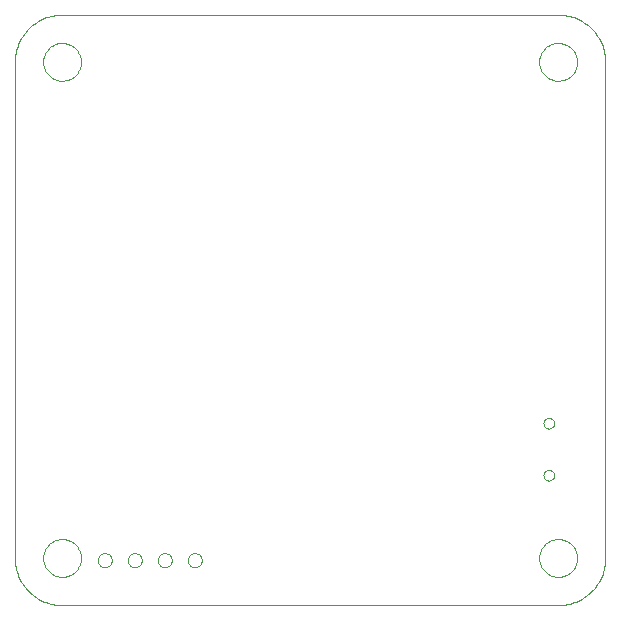
<source format=gtp>
G75*
G70*
%OFA0B0*%
%FSLAX24Y24*%
%IPPOS*%
%LPD*%
%AMOC8*
5,1,8,0,0,1.08239X$1,22.5*
%
%ADD10C,0.0000*%
D10*
X004166Y003416D02*
X020701Y003416D01*
X020071Y004990D02*
X020073Y005040D01*
X020079Y005090D01*
X020089Y005139D01*
X020103Y005187D01*
X020120Y005234D01*
X020141Y005279D01*
X020166Y005323D01*
X020194Y005364D01*
X020226Y005403D01*
X020260Y005440D01*
X020297Y005474D01*
X020337Y005504D01*
X020379Y005531D01*
X020423Y005555D01*
X020469Y005576D01*
X020516Y005592D01*
X020564Y005605D01*
X020614Y005614D01*
X020663Y005619D01*
X020714Y005620D01*
X020764Y005617D01*
X020813Y005610D01*
X020862Y005599D01*
X020910Y005584D01*
X020956Y005566D01*
X021001Y005544D01*
X021044Y005518D01*
X021085Y005489D01*
X021124Y005457D01*
X021160Y005422D01*
X021192Y005384D01*
X021222Y005344D01*
X021249Y005301D01*
X021272Y005257D01*
X021291Y005211D01*
X021307Y005163D01*
X021319Y005114D01*
X021327Y005065D01*
X021331Y005015D01*
X021331Y004965D01*
X021327Y004915D01*
X021319Y004866D01*
X021307Y004817D01*
X021291Y004769D01*
X021272Y004723D01*
X021249Y004679D01*
X021222Y004636D01*
X021192Y004596D01*
X021160Y004558D01*
X021124Y004523D01*
X021085Y004491D01*
X021044Y004462D01*
X021001Y004436D01*
X020956Y004414D01*
X020910Y004396D01*
X020862Y004381D01*
X020813Y004370D01*
X020764Y004363D01*
X020714Y004360D01*
X020663Y004361D01*
X020614Y004366D01*
X020564Y004375D01*
X020516Y004388D01*
X020469Y004404D01*
X020423Y004425D01*
X020379Y004449D01*
X020337Y004476D01*
X020297Y004506D01*
X020260Y004540D01*
X020226Y004577D01*
X020194Y004616D01*
X020166Y004657D01*
X020141Y004701D01*
X020120Y004746D01*
X020103Y004793D01*
X020089Y004841D01*
X020079Y004890D01*
X020073Y004940D01*
X020071Y004990D01*
X020701Y003415D02*
X020778Y003417D01*
X020855Y003423D01*
X020932Y003432D01*
X021008Y003445D01*
X021084Y003462D01*
X021158Y003483D01*
X021232Y003507D01*
X021304Y003535D01*
X021374Y003566D01*
X021443Y003601D01*
X021511Y003639D01*
X021576Y003680D01*
X021639Y003725D01*
X021700Y003773D01*
X021759Y003823D01*
X021815Y003876D01*
X021868Y003932D01*
X021918Y003991D01*
X021966Y004052D01*
X022011Y004115D01*
X022052Y004180D01*
X022090Y004248D01*
X022125Y004317D01*
X022156Y004387D01*
X022184Y004459D01*
X022208Y004533D01*
X022229Y004607D01*
X022246Y004683D01*
X022259Y004759D01*
X022268Y004836D01*
X022274Y004913D01*
X022276Y004990D01*
X022276Y021526D01*
X020071Y021526D02*
X020073Y021576D01*
X020079Y021626D01*
X020089Y021675D01*
X020103Y021723D01*
X020120Y021770D01*
X020141Y021815D01*
X020166Y021859D01*
X020194Y021900D01*
X020226Y021939D01*
X020260Y021976D01*
X020297Y022010D01*
X020337Y022040D01*
X020379Y022067D01*
X020423Y022091D01*
X020469Y022112D01*
X020516Y022128D01*
X020564Y022141D01*
X020614Y022150D01*
X020663Y022155D01*
X020714Y022156D01*
X020764Y022153D01*
X020813Y022146D01*
X020862Y022135D01*
X020910Y022120D01*
X020956Y022102D01*
X021001Y022080D01*
X021044Y022054D01*
X021085Y022025D01*
X021124Y021993D01*
X021160Y021958D01*
X021192Y021920D01*
X021222Y021880D01*
X021249Y021837D01*
X021272Y021793D01*
X021291Y021747D01*
X021307Y021699D01*
X021319Y021650D01*
X021327Y021601D01*
X021331Y021551D01*
X021331Y021501D01*
X021327Y021451D01*
X021319Y021402D01*
X021307Y021353D01*
X021291Y021305D01*
X021272Y021259D01*
X021249Y021215D01*
X021222Y021172D01*
X021192Y021132D01*
X021160Y021094D01*
X021124Y021059D01*
X021085Y021027D01*
X021044Y020998D01*
X021001Y020972D01*
X020956Y020950D01*
X020910Y020932D01*
X020862Y020917D01*
X020813Y020906D01*
X020764Y020899D01*
X020714Y020896D01*
X020663Y020897D01*
X020614Y020902D01*
X020564Y020911D01*
X020516Y020924D01*
X020469Y020940D01*
X020423Y020961D01*
X020379Y020985D01*
X020337Y021012D01*
X020297Y021042D01*
X020260Y021076D01*
X020226Y021113D01*
X020194Y021152D01*
X020166Y021193D01*
X020141Y021237D01*
X020120Y021282D01*
X020103Y021329D01*
X020089Y021377D01*
X020079Y021426D01*
X020073Y021476D01*
X020071Y021526D01*
X020701Y023101D02*
X020778Y023099D01*
X020855Y023093D01*
X020932Y023084D01*
X021008Y023071D01*
X021084Y023054D01*
X021158Y023033D01*
X021232Y023009D01*
X021304Y022981D01*
X021374Y022950D01*
X021443Y022915D01*
X021511Y022877D01*
X021576Y022836D01*
X021639Y022791D01*
X021700Y022743D01*
X021759Y022693D01*
X021815Y022640D01*
X021868Y022584D01*
X021918Y022525D01*
X021966Y022464D01*
X022011Y022401D01*
X022052Y022336D01*
X022090Y022268D01*
X022125Y022199D01*
X022156Y022129D01*
X022184Y022057D01*
X022208Y021983D01*
X022229Y021909D01*
X022246Y021833D01*
X022259Y021757D01*
X022268Y021680D01*
X022274Y021603D01*
X022276Y021526D01*
X020701Y023101D02*
X004166Y023101D01*
X003536Y021526D02*
X003538Y021576D01*
X003544Y021626D01*
X003554Y021675D01*
X003568Y021723D01*
X003585Y021770D01*
X003606Y021815D01*
X003631Y021859D01*
X003659Y021900D01*
X003691Y021939D01*
X003725Y021976D01*
X003762Y022010D01*
X003802Y022040D01*
X003844Y022067D01*
X003888Y022091D01*
X003934Y022112D01*
X003981Y022128D01*
X004029Y022141D01*
X004079Y022150D01*
X004128Y022155D01*
X004179Y022156D01*
X004229Y022153D01*
X004278Y022146D01*
X004327Y022135D01*
X004375Y022120D01*
X004421Y022102D01*
X004466Y022080D01*
X004509Y022054D01*
X004550Y022025D01*
X004589Y021993D01*
X004625Y021958D01*
X004657Y021920D01*
X004687Y021880D01*
X004714Y021837D01*
X004737Y021793D01*
X004756Y021747D01*
X004772Y021699D01*
X004784Y021650D01*
X004792Y021601D01*
X004796Y021551D01*
X004796Y021501D01*
X004792Y021451D01*
X004784Y021402D01*
X004772Y021353D01*
X004756Y021305D01*
X004737Y021259D01*
X004714Y021215D01*
X004687Y021172D01*
X004657Y021132D01*
X004625Y021094D01*
X004589Y021059D01*
X004550Y021027D01*
X004509Y020998D01*
X004466Y020972D01*
X004421Y020950D01*
X004375Y020932D01*
X004327Y020917D01*
X004278Y020906D01*
X004229Y020899D01*
X004179Y020896D01*
X004128Y020897D01*
X004079Y020902D01*
X004029Y020911D01*
X003981Y020924D01*
X003934Y020940D01*
X003888Y020961D01*
X003844Y020985D01*
X003802Y021012D01*
X003762Y021042D01*
X003725Y021076D01*
X003691Y021113D01*
X003659Y021152D01*
X003631Y021193D01*
X003606Y021237D01*
X003585Y021282D01*
X003568Y021329D01*
X003554Y021377D01*
X003544Y021426D01*
X003538Y021476D01*
X003536Y021526D01*
X002591Y021526D02*
X002593Y021603D01*
X002599Y021680D01*
X002608Y021757D01*
X002621Y021833D01*
X002638Y021909D01*
X002659Y021983D01*
X002683Y022057D01*
X002711Y022129D01*
X002742Y022199D01*
X002777Y022268D01*
X002815Y022336D01*
X002856Y022401D01*
X002901Y022464D01*
X002949Y022525D01*
X002999Y022584D01*
X003052Y022640D01*
X003108Y022693D01*
X003167Y022743D01*
X003228Y022791D01*
X003291Y022836D01*
X003356Y022877D01*
X003424Y022915D01*
X003493Y022950D01*
X003563Y022981D01*
X003635Y023009D01*
X003709Y023033D01*
X003783Y023054D01*
X003859Y023071D01*
X003935Y023084D01*
X004012Y023093D01*
X004089Y023099D01*
X004166Y023101D01*
X002591Y021526D02*
X002591Y004990D01*
X003536Y004990D02*
X003538Y005040D01*
X003544Y005090D01*
X003554Y005139D01*
X003568Y005187D01*
X003585Y005234D01*
X003606Y005279D01*
X003631Y005323D01*
X003659Y005364D01*
X003691Y005403D01*
X003725Y005440D01*
X003762Y005474D01*
X003802Y005504D01*
X003844Y005531D01*
X003888Y005555D01*
X003934Y005576D01*
X003981Y005592D01*
X004029Y005605D01*
X004079Y005614D01*
X004128Y005619D01*
X004179Y005620D01*
X004229Y005617D01*
X004278Y005610D01*
X004327Y005599D01*
X004375Y005584D01*
X004421Y005566D01*
X004466Y005544D01*
X004509Y005518D01*
X004550Y005489D01*
X004589Y005457D01*
X004625Y005422D01*
X004657Y005384D01*
X004687Y005344D01*
X004714Y005301D01*
X004737Y005257D01*
X004756Y005211D01*
X004772Y005163D01*
X004784Y005114D01*
X004792Y005065D01*
X004796Y005015D01*
X004796Y004965D01*
X004792Y004915D01*
X004784Y004866D01*
X004772Y004817D01*
X004756Y004769D01*
X004737Y004723D01*
X004714Y004679D01*
X004687Y004636D01*
X004657Y004596D01*
X004625Y004558D01*
X004589Y004523D01*
X004550Y004491D01*
X004509Y004462D01*
X004466Y004436D01*
X004421Y004414D01*
X004375Y004396D01*
X004327Y004381D01*
X004278Y004370D01*
X004229Y004363D01*
X004179Y004360D01*
X004128Y004361D01*
X004079Y004366D01*
X004029Y004375D01*
X003981Y004388D01*
X003934Y004404D01*
X003888Y004425D01*
X003844Y004449D01*
X003802Y004476D01*
X003762Y004506D01*
X003725Y004540D01*
X003691Y004577D01*
X003659Y004616D01*
X003631Y004657D01*
X003606Y004701D01*
X003585Y004746D01*
X003568Y004793D01*
X003554Y004841D01*
X003544Y004890D01*
X003538Y004940D01*
X003536Y004990D01*
X002591Y004990D02*
X002593Y004913D01*
X002599Y004836D01*
X002608Y004759D01*
X002621Y004683D01*
X002638Y004607D01*
X002659Y004533D01*
X002683Y004459D01*
X002711Y004387D01*
X002742Y004317D01*
X002777Y004248D01*
X002815Y004180D01*
X002856Y004115D01*
X002901Y004052D01*
X002949Y003991D01*
X002999Y003932D01*
X003052Y003876D01*
X003108Y003823D01*
X003167Y003773D01*
X003228Y003725D01*
X003291Y003680D01*
X003356Y003639D01*
X003424Y003601D01*
X003493Y003566D01*
X003563Y003535D01*
X003635Y003507D01*
X003709Y003483D01*
X003783Y003462D01*
X003859Y003445D01*
X003935Y003432D01*
X004012Y003423D01*
X004089Y003417D01*
X004166Y003415D01*
X005355Y004916D02*
X005357Y004946D01*
X005363Y004976D01*
X005372Y005005D01*
X005385Y005032D01*
X005402Y005057D01*
X005421Y005080D01*
X005444Y005101D01*
X005469Y005118D01*
X005495Y005132D01*
X005524Y005142D01*
X005553Y005149D01*
X005583Y005152D01*
X005614Y005151D01*
X005644Y005146D01*
X005673Y005137D01*
X005700Y005125D01*
X005726Y005110D01*
X005750Y005091D01*
X005771Y005069D01*
X005789Y005045D01*
X005804Y005018D01*
X005815Y004990D01*
X005823Y004961D01*
X005827Y004931D01*
X005827Y004901D01*
X005823Y004871D01*
X005815Y004842D01*
X005804Y004814D01*
X005789Y004787D01*
X005771Y004763D01*
X005750Y004741D01*
X005726Y004722D01*
X005700Y004707D01*
X005673Y004695D01*
X005644Y004686D01*
X005614Y004681D01*
X005583Y004680D01*
X005553Y004683D01*
X005524Y004690D01*
X005495Y004700D01*
X005469Y004714D01*
X005444Y004731D01*
X005421Y004752D01*
X005402Y004775D01*
X005385Y004800D01*
X005372Y004827D01*
X005363Y004856D01*
X005357Y004886D01*
X005355Y004916D01*
X006355Y004916D02*
X006357Y004946D01*
X006363Y004976D01*
X006372Y005005D01*
X006385Y005032D01*
X006402Y005057D01*
X006421Y005080D01*
X006444Y005101D01*
X006469Y005118D01*
X006495Y005132D01*
X006524Y005142D01*
X006553Y005149D01*
X006583Y005152D01*
X006614Y005151D01*
X006644Y005146D01*
X006673Y005137D01*
X006700Y005125D01*
X006726Y005110D01*
X006750Y005091D01*
X006771Y005069D01*
X006789Y005045D01*
X006804Y005018D01*
X006815Y004990D01*
X006823Y004961D01*
X006827Y004931D01*
X006827Y004901D01*
X006823Y004871D01*
X006815Y004842D01*
X006804Y004814D01*
X006789Y004787D01*
X006771Y004763D01*
X006750Y004741D01*
X006726Y004722D01*
X006700Y004707D01*
X006673Y004695D01*
X006644Y004686D01*
X006614Y004681D01*
X006583Y004680D01*
X006553Y004683D01*
X006524Y004690D01*
X006495Y004700D01*
X006469Y004714D01*
X006444Y004731D01*
X006421Y004752D01*
X006402Y004775D01*
X006385Y004800D01*
X006372Y004827D01*
X006363Y004856D01*
X006357Y004886D01*
X006355Y004916D01*
X007355Y004916D02*
X007357Y004946D01*
X007363Y004976D01*
X007372Y005005D01*
X007385Y005032D01*
X007402Y005057D01*
X007421Y005080D01*
X007444Y005101D01*
X007469Y005118D01*
X007495Y005132D01*
X007524Y005142D01*
X007553Y005149D01*
X007583Y005152D01*
X007614Y005151D01*
X007644Y005146D01*
X007673Y005137D01*
X007700Y005125D01*
X007726Y005110D01*
X007750Y005091D01*
X007771Y005069D01*
X007789Y005045D01*
X007804Y005018D01*
X007815Y004990D01*
X007823Y004961D01*
X007827Y004931D01*
X007827Y004901D01*
X007823Y004871D01*
X007815Y004842D01*
X007804Y004814D01*
X007789Y004787D01*
X007771Y004763D01*
X007750Y004741D01*
X007726Y004722D01*
X007700Y004707D01*
X007673Y004695D01*
X007644Y004686D01*
X007614Y004681D01*
X007583Y004680D01*
X007553Y004683D01*
X007524Y004690D01*
X007495Y004700D01*
X007469Y004714D01*
X007444Y004731D01*
X007421Y004752D01*
X007402Y004775D01*
X007385Y004800D01*
X007372Y004827D01*
X007363Y004856D01*
X007357Y004886D01*
X007355Y004916D01*
X008355Y004916D02*
X008357Y004946D01*
X008363Y004976D01*
X008372Y005005D01*
X008385Y005032D01*
X008402Y005057D01*
X008421Y005080D01*
X008444Y005101D01*
X008469Y005118D01*
X008495Y005132D01*
X008524Y005142D01*
X008553Y005149D01*
X008583Y005152D01*
X008614Y005151D01*
X008644Y005146D01*
X008673Y005137D01*
X008700Y005125D01*
X008726Y005110D01*
X008750Y005091D01*
X008771Y005069D01*
X008789Y005045D01*
X008804Y005018D01*
X008815Y004990D01*
X008823Y004961D01*
X008827Y004931D01*
X008827Y004901D01*
X008823Y004871D01*
X008815Y004842D01*
X008804Y004814D01*
X008789Y004787D01*
X008771Y004763D01*
X008750Y004741D01*
X008726Y004722D01*
X008700Y004707D01*
X008673Y004695D01*
X008644Y004686D01*
X008614Y004681D01*
X008583Y004680D01*
X008553Y004683D01*
X008524Y004690D01*
X008495Y004700D01*
X008469Y004714D01*
X008444Y004731D01*
X008421Y004752D01*
X008402Y004775D01*
X008385Y004800D01*
X008372Y004827D01*
X008363Y004856D01*
X008357Y004886D01*
X008355Y004916D01*
X020214Y007749D02*
X020216Y007775D01*
X020222Y007801D01*
X020232Y007826D01*
X020245Y007849D01*
X020261Y007869D01*
X020281Y007887D01*
X020303Y007902D01*
X020326Y007914D01*
X020352Y007922D01*
X020378Y007926D01*
X020404Y007926D01*
X020430Y007922D01*
X020456Y007914D01*
X020480Y007902D01*
X020501Y007887D01*
X020521Y007869D01*
X020537Y007849D01*
X020550Y007826D01*
X020560Y007801D01*
X020566Y007775D01*
X020568Y007749D01*
X020566Y007723D01*
X020560Y007697D01*
X020550Y007672D01*
X020537Y007649D01*
X020521Y007629D01*
X020501Y007611D01*
X020479Y007596D01*
X020456Y007584D01*
X020430Y007576D01*
X020404Y007572D01*
X020378Y007572D01*
X020352Y007576D01*
X020326Y007584D01*
X020302Y007596D01*
X020281Y007611D01*
X020261Y007629D01*
X020245Y007649D01*
X020232Y007672D01*
X020222Y007697D01*
X020216Y007723D01*
X020214Y007749D01*
X020214Y009482D02*
X020216Y009508D01*
X020222Y009534D01*
X020232Y009559D01*
X020245Y009582D01*
X020261Y009602D01*
X020281Y009620D01*
X020303Y009635D01*
X020326Y009647D01*
X020352Y009655D01*
X020378Y009659D01*
X020404Y009659D01*
X020430Y009655D01*
X020456Y009647D01*
X020480Y009635D01*
X020501Y009620D01*
X020521Y009602D01*
X020537Y009582D01*
X020550Y009559D01*
X020560Y009534D01*
X020566Y009508D01*
X020568Y009482D01*
X020566Y009456D01*
X020560Y009430D01*
X020550Y009405D01*
X020537Y009382D01*
X020521Y009362D01*
X020501Y009344D01*
X020479Y009329D01*
X020456Y009317D01*
X020430Y009309D01*
X020404Y009305D01*
X020378Y009305D01*
X020352Y009309D01*
X020326Y009317D01*
X020302Y009329D01*
X020281Y009344D01*
X020261Y009362D01*
X020245Y009382D01*
X020232Y009405D01*
X020222Y009430D01*
X020216Y009456D01*
X020214Y009482D01*
M02*

</source>
